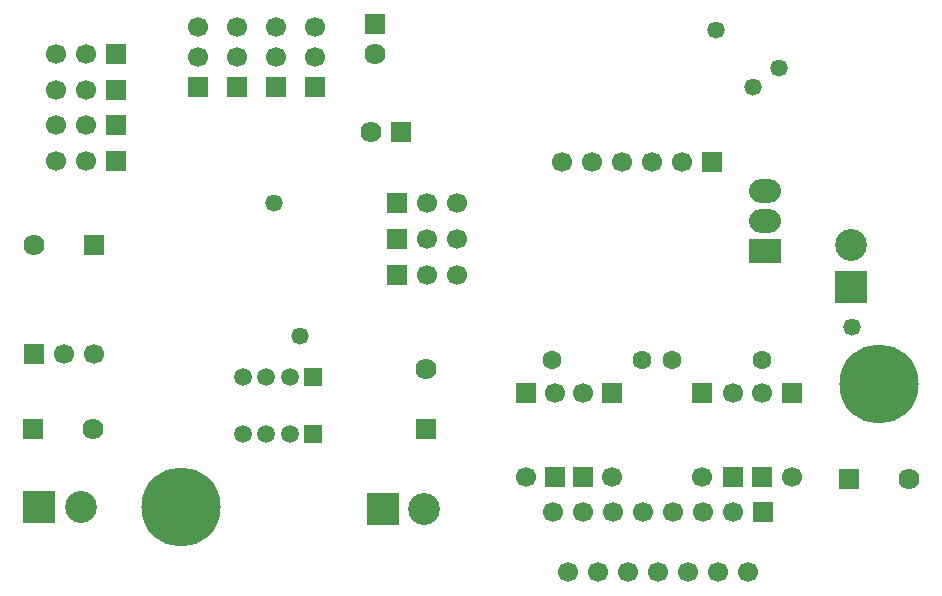
<source format=gbs>
%FSLAX42Y42*%
%MOMM*%
G71*
G01*
G75*
G04 Layer_Color=16711935*
%ADD10C,0.30*%
%ADD11C,1.30*%
%ADD12R,1.00X1.70*%
%ADD13R,1.50X1.50*%
%ADD14R,2.35X0.50*%
%ADD15R,2.50X2.35*%
%ADD16R,1.70X1.00*%
%ADD17O,0.55X1.75*%
%ADD18O,1.75X0.55*%
%ADD19R,0.90X1.55*%
%ADD20R,2.10X1.40*%
%ADD21R,1.55X0.90*%
%ADD22O,2.40X0.35*%
%ADD23R,1.50X1.50*%
%ADD24O,2.50X1.80*%
%ADD25R,2.50X1.80*%
%ADD26C,1.50*%
%ADD27C,1.40*%
%ADD28R,2.50X2.50*%
%ADD29C,2.50*%
%ADD30R,2.50X2.50*%
%ADD31C,1.30*%
%ADD32R,1.30X1.30*%
%ADD33C,1.57*%
%ADD34R,1.57X1.57*%
%ADD35R,1.57X1.57*%
%ADD36C,6.50*%
%ADD37C,1.27*%
%ADD38C,0.80*%
%ADD39C,0.25*%
%ADD40C,0.25*%
%ADD41C,0.60*%
%ADD42C,0.15*%
%ADD43C,0.20*%
%ADD44C,0.30*%
%ADD45R,1.90X0.80*%
%ADD46R,1.20X1.90*%
%ADD47R,1.70X1.70*%
%ADD48R,2.55X0.70*%
%ADD49R,2.70X2.55*%
%ADD50R,1.90X1.20*%
%ADD51O,0.75X1.95*%
%ADD52O,1.95X0.75*%
%ADD53R,1.10X1.75*%
%ADD54R,2.30X1.60*%
%ADD55R,1.75X1.10*%
%ADD56O,2.60X0.55*%
%ADD57R,1.70X1.70*%
%ADD58O,2.70X2.00*%
%ADD59R,2.70X2.00*%
%ADD60C,1.70*%
%ADD61C,1.60*%
%ADD62R,2.70X2.70*%
%ADD63C,2.70*%
%ADD64R,2.70X2.70*%
%ADD65C,1.50*%
%ADD66R,1.50X1.50*%
%ADD67C,1.78*%
%ADD68R,1.78X1.78*%
%ADD69R,1.78X1.78*%
%ADD70C,6.70*%
%ADD71C,1.47*%
D47*
X16142Y9665D02*
D03*
X16383D02*
D03*
X17653D02*
D03*
X17894D02*
D03*
X15900Y10375D02*
D03*
X16624D02*
D03*
X17386D02*
D03*
X18148D02*
D03*
X14110Y12967D02*
D03*
X13779D02*
D03*
X13449D02*
D03*
X13119D02*
D03*
D57*
X11735Y10706D02*
D03*
X14808Y11989D02*
D03*
X17475Y12332D02*
D03*
X12423Y13246D02*
D03*
Y12946D02*
D03*
Y12645D02*
D03*
Y12344D02*
D03*
X14808Y11379D02*
D03*
Y11684D02*
D03*
X17907Y9373D02*
D03*
D58*
X17920Y12090D02*
D03*
Y11836D02*
D03*
D59*
Y11582D02*
D03*
D60*
X16142Y10375D02*
D03*
X16383D02*
D03*
X17653D02*
D03*
X17894D02*
D03*
X15900Y9665D02*
D03*
X16624D02*
D03*
X17386D02*
D03*
X18148D02*
D03*
X12243Y10706D02*
D03*
X11989D02*
D03*
X15316Y11989D02*
D03*
X15062D02*
D03*
X17221Y12332D02*
D03*
X16967D02*
D03*
X16713D02*
D03*
X16459D02*
D03*
X16205D02*
D03*
X11915Y13246D02*
D03*
X12169D02*
D03*
X11915Y12946D02*
D03*
X12169D02*
D03*
X11915Y12645D02*
D03*
X12169D02*
D03*
X11915Y12344D02*
D03*
X12169D02*
D03*
X15316Y11379D02*
D03*
X15062D02*
D03*
X15316Y11684D02*
D03*
X15062D02*
D03*
X14110Y13475D02*
D03*
Y13221D02*
D03*
X13779Y13475D02*
D03*
Y13221D02*
D03*
X13449Y13475D02*
D03*
Y13221D02*
D03*
X13119Y13475D02*
D03*
Y13221D02*
D03*
X17018Y8865D02*
D03*
X16891Y9373D02*
D03*
X16764Y8865D02*
D03*
X16637Y9373D02*
D03*
X17780Y8865D02*
D03*
X17653Y9373D02*
D03*
X17526Y8865D02*
D03*
X17399Y9373D02*
D03*
X17272Y8865D02*
D03*
X17145Y9373D02*
D03*
X16510Y8865D02*
D03*
X16383Y9373D02*
D03*
X16256Y8865D02*
D03*
X16129Y9373D02*
D03*
D61*
X17894Y10655D02*
D03*
X17132D02*
D03*
X16116D02*
D03*
X16878D02*
D03*
D62*
X18644Y11280D02*
D03*
D63*
Y11630D02*
D03*
X15034Y9398D02*
D03*
X12126Y9411D02*
D03*
D64*
X14684Y9398D02*
D03*
X11776Y9411D02*
D03*
D65*
X13497Y10516D02*
D03*
X13697D02*
D03*
X13897D02*
D03*
X13497Y10033D02*
D03*
X13697D02*
D03*
X13897D02*
D03*
D66*
X14097Y10516D02*
D03*
Y10033D02*
D03*
D67*
X19139Y9652D02*
D03*
X14580Y12586D02*
D03*
X14618Y13246D02*
D03*
X12230Y10071D02*
D03*
X11735Y11633D02*
D03*
X15049Y10579D02*
D03*
D68*
X18631Y9652D02*
D03*
X14834Y12586D02*
D03*
X11722Y10071D02*
D03*
X12243Y11633D02*
D03*
D69*
X14618Y13500D02*
D03*
X15049Y10071D02*
D03*
D70*
X18885Y10452D02*
D03*
X12979Y9411D02*
D03*
D71*
X17818Y12967D02*
D03*
X18656Y10935D02*
D03*
X17501Y13449D02*
D03*
X13983Y10858D02*
D03*
X18041Y13127D02*
D03*
X13767Y11989D02*
D03*
M02*

</source>
